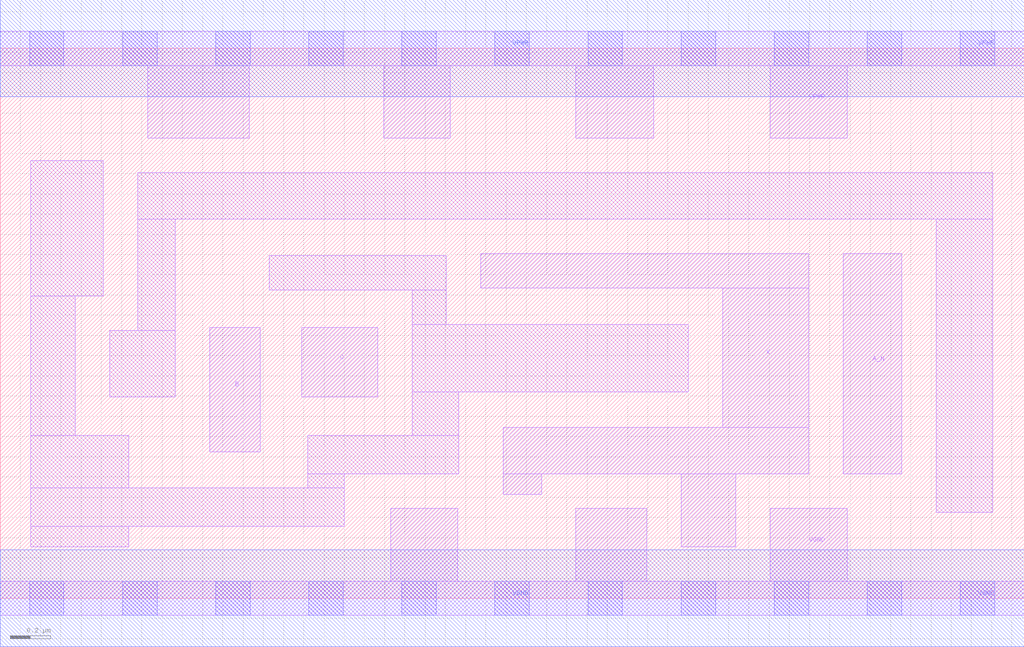
<source format=lef>
# Copyright 2020 The SkyWater PDK Authors
#
# Licensed under the Apache License, Version 2.0 (the "License");
# you may not use this file except in compliance with the License.
# You may obtain a copy of the License at
#
#     https://www.apache.org/licenses/LICENSE-2.0
#
# Unless required by applicable law or agreed to in writing, software
# distributed under the License is distributed on an "AS IS" BASIS,
# WITHOUT WARRANTIES OR CONDITIONS OF ANY KIND, either express or implied.
# See the License for the specific language governing permissions and
# limitations under the License.
#
# SPDX-License-Identifier: Apache-2.0

VERSION 5.7 ;
  NAMESCASESENSITIVE ON ;
  NOWIREEXTENSIONATPIN ON ;
  DIVIDERCHAR "/" ;
  BUSBITCHARS "[]" ;
UNITS
  DATABASE MICRONS 200 ;
END UNITS
PROPERTYDEFINITIONS
  MACRO maskLayoutSubType STRING ;
  MACRO prCellType STRING ;
  MACRO originalViewName STRING ;
END PROPERTYDEFINITIONS
MACRO sky130_fd_sc_hdll__and3b_4
  CLASS CORE ;
  FOREIGN sky130_fd_sc_hdll__and3b_4 ;
  ORIGIN  0.000000  0.000000 ;
  SIZE  5.060000 BY  2.720000 ;
  SYMMETRY X Y R90 ;
  SITE unithd ;
  PIN A_N
    ANTENNAGATEAREA  0.138600 ;
    DIRECTION INPUT ;
    USE SIGNAL ;
    PORT
      LAYER li1 ;
        RECT 4.165000 0.615000 4.455000 1.705000 ;
    END
  END A_N
  PIN B
    ANTENNAGATEAREA  0.277500 ;
    DIRECTION INPUT ;
    USE SIGNAL ;
    PORT
      LAYER li1 ;
        RECT 1.035000 0.725000 1.285000 1.340000 ;
    END
  END B
  PIN C
    ANTENNAGATEAREA  0.277500 ;
    DIRECTION INPUT ;
    USE SIGNAL ;
    PORT
      LAYER li1 ;
        RECT 1.490000 0.995000 1.865000 1.340000 ;
    END
  END C
  PIN VGND
    ANTENNADIFFAREA  0.728500 ;
    DIRECTION INOUT ;
    USE SIGNAL ;
    PORT
      LAYER li1 ;
        RECT 0.000000 -0.085000 5.060000 0.085000 ;
        RECT 1.930000  0.085000 2.260000 0.445000 ;
        RECT 2.845000  0.085000 3.195000 0.445000 ;
        RECT 3.805000  0.085000 4.185000 0.445000 ;
      LAYER mcon ;
        RECT 0.145000 -0.085000 0.315000 0.085000 ;
        RECT 0.605000 -0.085000 0.775000 0.085000 ;
        RECT 1.065000 -0.085000 1.235000 0.085000 ;
        RECT 1.525000 -0.085000 1.695000 0.085000 ;
        RECT 1.985000 -0.085000 2.155000 0.085000 ;
        RECT 2.445000 -0.085000 2.615000 0.085000 ;
        RECT 2.905000 -0.085000 3.075000 0.085000 ;
        RECT 3.365000 -0.085000 3.535000 0.085000 ;
        RECT 3.825000 -0.085000 3.995000 0.085000 ;
        RECT 4.285000 -0.085000 4.455000 0.085000 ;
        RECT 4.745000 -0.085000 4.915000 0.085000 ;
      LAYER met1 ;
        RECT 0.000000 -0.240000 5.060000 0.240000 ;
    END
  END VGND
  PIN VPWR
    ANTENNADIFFAREA  1.390700 ;
    DIRECTION INOUT ;
    USE SIGNAL ;
    PORT
      LAYER li1 ;
        RECT 0.000000 2.635000 5.060000 2.805000 ;
        RECT 0.730000 2.275000 1.230000 2.635000 ;
        RECT 1.895000 2.275000 2.225000 2.635000 ;
        RECT 2.845000 2.275000 3.230000 2.635000 ;
        RECT 3.805000 2.275000 4.185000 2.635000 ;
      LAYER mcon ;
        RECT 0.145000 2.635000 0.315000 2.805000 ;
        RECT 0.605000 2.635000 0.775000 2.805000 ;
        RECT 1.065000 2.635000 1.235000 2.805000 ;
        RECT 1.525000 2.635000 1.695000 2.805000 ;
        RECT 1.985000 2.635000 2.155000 2.805000 ;
        RECT 2.445000 2.635000 2.615000 2.805000 ;
        RECT 2.905000 2.635000 3.075000 2.805000 ;
        RECT 3.365000 2.635000 3.535000 2.805000 ;
        RECT 3.825000 2.635000 3.995000 2.805000 ;
        RECT 4.285000 2.635000 4.455000 2.805000 ;
        RECT 4.745000 2.635000 4.915000 2.805000 ;
      LAYER met1 ;
        RECT 0.000000 2.480000 5.060000 2.960000 ;
    END
  END VPWR
  PIN X
    ANTENNADIFFAREA  1.071500 ;
    DIRECTION OUTPUT ;
    USE SIGNAL ;
    PORT
      LAYER li1 ;
        RECT 2.375000 1.535000 3.995000 1.705000 ;
        RECT 2.485000 0.515000 2.675000 0.615000 ;
        RECT 2.485000 0.615000 3.995000 0.845000 ;
        RECT 3.365000 0.255000 3.635000 0.615000 ;
        RECT 3.570000 0.845000 3.995000 1.535000 ;
    END
  END X
  OBS
    LAYER li1 ;
      RECT 0.150000 0.255000 0.635000 0.355000 ;
      RECT 0.150000 0.355000 1.700000 0.545000 ;
      RECT 0.150000 0.545000 0.635000 0.805000 ;
      RECT 0.150000 0.805000 0.370000 1.495000 ;
      RECT 0.150000 1.495000 0.510000 2.165000 ;
      RECT 0.540000 0.995000 0.865000 1.325000 ;
      RECT 0.680000 1.325000 0.865000 1.875000 ;
      RECT 0.680000 1.875000 4.905000 2.105000 ;
      RECT 1.330000 1.525000 2.205000 1.695000 ;
      RECT 1.520000 0.545000 1.700000 0.615000 ;
      RECT 1.520000 0.615000 2.265000 0.805000 ;
      RECT 2.035000 0.805000 2.265000 1.020000 ;
      RECT 2.035000 1.020000 3.400000 1.355000 ;
      RECT 2.035000 1.355000 2.205000 1.525000 ;
      RECT 4.625000 0.425000 4.905000 1.875000 ;
  END
  PROPERTY maskLayoutSubType "abstract" ;
  PROPERTY prCellType "standard" ;
  PROPERTY originalViewName "layout" ;
END sky130_fd_sc_hdll__and3b_4

</source>
